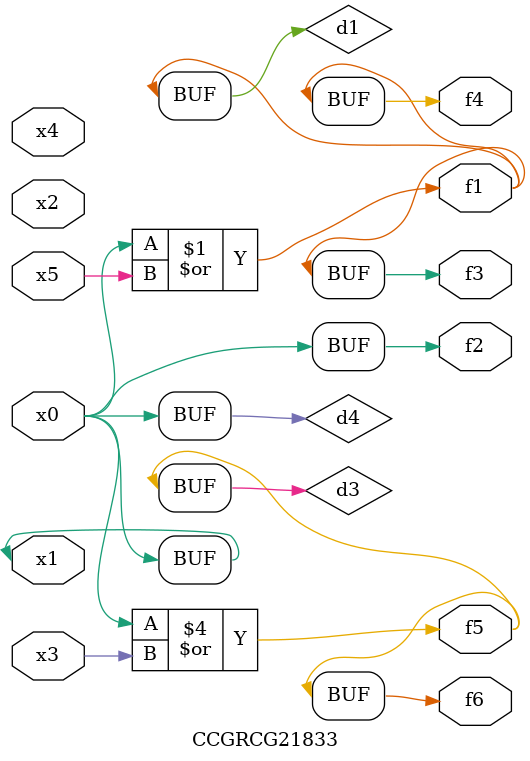
<source format=v>
module CCGRCG21833(
	input x0, x1, x2, x3, x4, x5,
	output f1, f2, f3, f4, f5, f6
);

	wire d1, d2, d3, d4;

	or (d1, x0, x5);
	xnor (d2, x1, x4);
	or (d3, x0, x3);
	buf (d4, x0, x1);
	assign f1 = d1;
	assign f2 = d4;
	assign f3 = d1;
	assign f4 = d1;
	assign f5 = d3;
	assign f6 = d3;
endmodule

</source>
